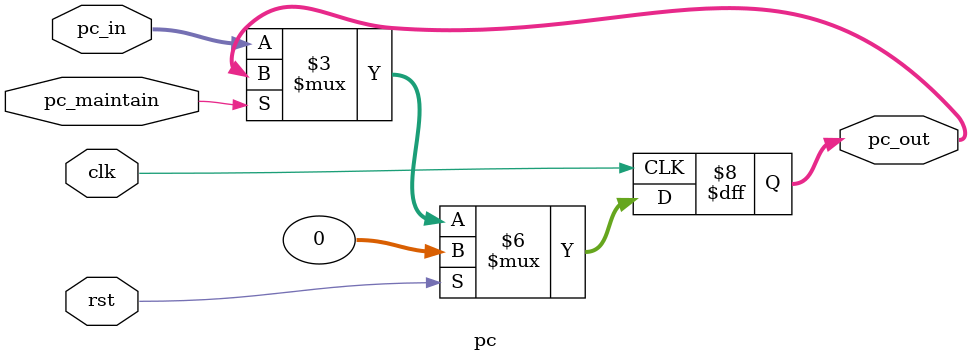
<source format=sv>
module pc (
    input  clk,
    input  rst,
    input  [31:0] pc_in,
    input  pc_maintain,
    output logic [31:0] pc_out
);
    

always_ff @(posedge clk) begin
    if (rst) begin
        pc_out<=32'b0;
    end 
    else if (pc_maintain) begin
        pc_out<=pc_out;
    end 
    else begin
        pc_out<=pc_in;
    end
end



endmodule
</source>
